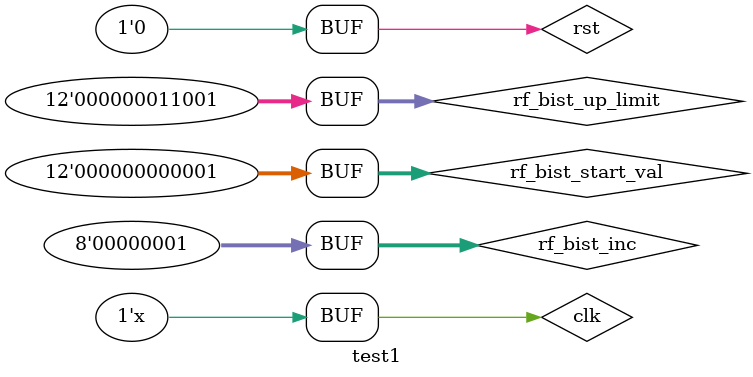
<source format=v>
`timescale 1ns / 1ps


module test1;

	// Inputs
	reg clk;
	reg rst;
	reg [11:0] rf_bist_start_val;
	reg [7:0] rf_bist_inc;
	reg [11:0] rf_bist_up_limit;

	// Outputs
	wire [11:0] i2si_bist_out_data;

	// Instantiate the Unit Under Test (UUT)
	i2si_bist_gen uut (
		.clk(clk), 
		.rst(rst), 
		.rf_bist_start_val(rf_bist_start_val), 
		.rf_bist_inc(rf_bist_inc), 
		.rf_bist_up_limit(rf_bist_up_limit), 
		.i2si_bist_out_data(i2si_bist_out_data)
	);

	initial begin
		// Initialize Inputs
		clk = 0;
		rst = 0;
		rf_bist_start_val = 12'h001;
		rf_bist_inc = 12'h001;
		rf_bist_up_limit = 12'h019;

	end
	
	always
		#5 clk=~clk;
      
endmodule


</source>
